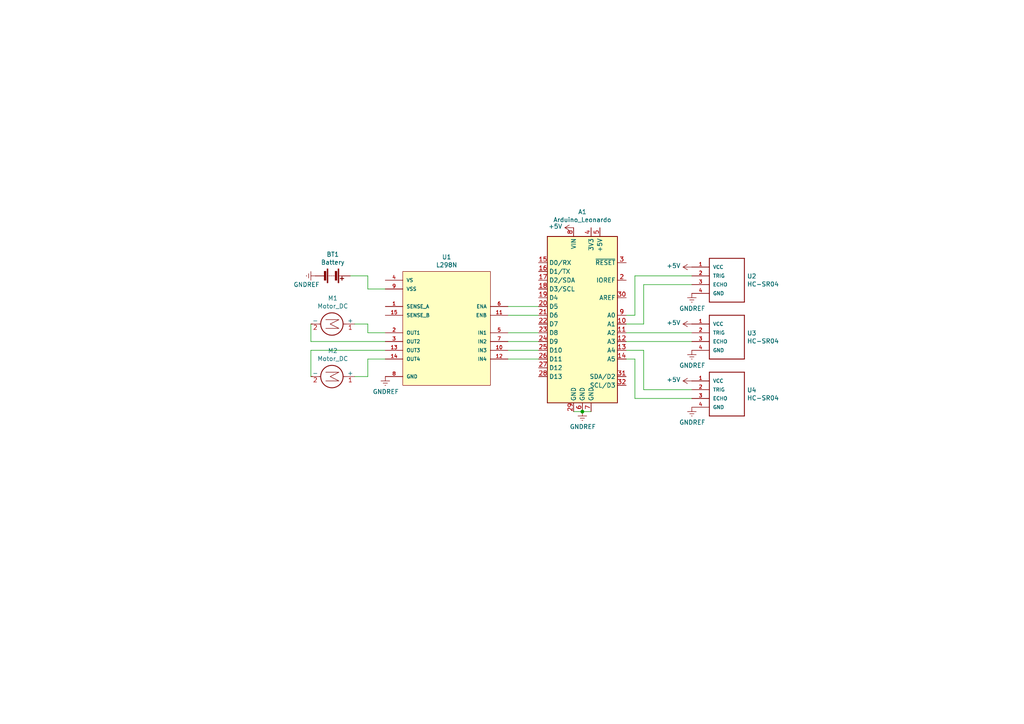
<source format=kicad_sch>
(kicad_sch (version 20211123) (generator eeschema)
  (paper "A4")
  (title_block (title "Aansluitschema Robothond") (date "2022-05-24") (rev "IJdo IJssennagger") (comment 1 "Christian Wanschers, IJdo IJssennagger, Kris Boogert") (comment 2 "Aansluitschema gerealiseerd door:") (comment 4 "Design door Christian Wanschers"))
  (lib_symbols
    (symbol "Device:Battery" (pin_numbers hide) (pin_names (offset 0) hide)
      (property "Reference" "BT" (at 2.54 2.54 0))
      (property "Value" "Battery" (at 2.54 0 0))
      (symbol "Battery_0_1"
        (rectangle (start -2.032 -1.397) (end 2.032 -1.651) (fill (type outline)))
        (rectangle (start -2.032 1.778) (end 2.032 1.524) (fill (type outline)))
        (rectangle (start -1.3208 -1.9812) (end 1.27 -2.4892) (fill (type outline)))
        (rectangle (start -1.3208 1.1938) (end 1.27 0.6858) (fill (type outline)))
        (polyline (pts (xy 0 -1.524) (xy 0 -1.27)))
        (polyline (pts (xy 0 -1.016) (xy 0 -0.762)))
        (polyline (pts (xy 0 -0.508) (xy 0 -0.254)))
        (polyline (pts (xy 0 0) (xy 0 0.254)))
        (polyline (pts (xy 0 0.508) (xy 0 0.762)))
        (polyline (pts (xy 0 1.778) (xy 0 2.54)))
        (polyline (pts (xy 0.254 2.667) (xy 1.27 2.667)) (stroke (width 0.254)))
        (polyline (pts (xy 0.762 3.175) (xy 0.762 2.159)) (stroke (width 0.254)))
      )
      (symbol "Battery_1_1"
        (pin passive line (at 0 5.08 270) (length 2.54) (name "+") (number "1"))
        (pin passive line (at 0 -5.08 90) (length 2.54) (name "-") (number "2"))
      )
    )
    (symbol "MCU_Module:Arduino_Leonardo"
      (property "Reference" "A" (at -10.16 23.495 0))
      (property "Value" "Arduino_Leonardo" (at 5.08 -26.67 0))
      (symbol "Arduino_Leonardo_0_1"
        (rectangle (start -10.16 22.86) (end 10.16 -25.4) (stroke (width 0.254)) (fill (type background)))
      )
      (symbol "Arduino_Leonardo_1_1"
        (pin no_connect line (at -10.16 -20.32 0) (length 2.54) hide (name "NC") (number "1"))
        (pin bidirectional line (at 12.7 -2.54 180) (length 2.54) (name "A1") (number "10"))
        (pin bidirectional line (at 12.7 -5.08 180) (length 2.54) (name "A2") (number "11"))
        (pin bidirectional line (at 12.7 -7.62 180) (length 2.54) (name "A3") (number "12"))
        (pin bidirectional line (at 12.7 -10.16 180) (length 2.54) (name "A4") (number "13"))
        (pin bidirectional line (at 12.7 -12.7 180) (length 2.54) (name "A5") (number "14"))
        (pin bidirectional line (at -12.7 15.24 0) (length 2.54) (name "D0/RX") (number "15"))
        (pin bidirectional line (at -12.7 12.7 0) (length 2.54) (name "D1/TX") (number "16"))
        (pin bidirectional line (at -12.7 10.16 0) (length 2.54) (name "D2/SDA") (number "17"))
        (pin bidirectional line (at -12.7 7.62 0) (length 2.54) (name "D3/SCL") (number "18"))
        (pin bidirectional line (at -12.7 5.08 0) (length 2.54) (name "D4") (number "19"))
        (pin output line (at 12.7 10.16 180) (length 2.54) (name "IOREF") (number "2"))
        (pin bidirectional line (at -12.7 2.54 0) (length 2.54) (name "D5") (number "20"))
        (pin bidirectional line (at -12.7 0 0) (length 2.54) (name "D6") (number "21"))
        (pin bidirectional line (at -12.7 -2.54 0) (length 2.54) (name "D7") (number "22"))
        (pin bidirectional line (at -12.7 -5.08 0) (length 2.54) (name "D8") (number "23"))
        (pin bidirectional line (at -12.7 -7.62 0) (length 2.54) (name "D9") (number "24"))
        (pin bidirectional line (at -12.7 -10.16 0) (length 2.54) (name "D10") (number "25"))
        (pin bidirectional line (at -12.7 -12.7 0) (length 2.54) (name "D11") (number "26"))
        (pin bidirectional line (at -12.7 -15.24 0) (length 2.54) (name "D12") (number "27"))
        (pin bidirectional line (at -12.7 -17.78 0) (length 2.54) (name "D13") (number "28"))
        (pin power_in line (at -2.54 -27.94 90) (length 2.54) (name "GND") (number "29"))
        (pin input line (at 12.7 15.24 180) (length 2.54) (name "~{RESET}") (number "3"))
        (pin input line (at 12.7 5.08 180) (length 2.54) (name "AREF") (number "30"))
        (pin bidirectional line (at 12.7 -17.78 180) (length 2.54) (name "SDA/D2") (number "31"))
        (pin bidirectional line (at 12.7 -20.32 180) (length 2.54) (name "SCL/D3") (number "32"))
        (pin power_out line (at 2.54 25.4 270) (length 2.54) (name "3V3") (number "4"))
        (pin power_out line (at 5.08 25.4 270) (length 2.54) (name "+5V") (number "5"))
        (pin power_in line (at 0 -27.94 90) (length 2.54) (name "GND") (number "6"))
        (pin power_in line (at 2.54 -27.94 90) (length 2.54) (name "GND") (number "7"))
        (pin power_in line (at -2.54 25.4 270) (length 2.54) (name "VIN") (number "8"))
        (pin bidirectional line (at 12.7 0 180) (length 2.54) (name "A0") (number "9"))
      )
    )
    (symbol "Motor:Motor_DC" (pin_names (offset 0))
      (property "Reference" "M" (at 2.54 2.54 0))
      (property "Value" "Motor_DC" (at 2.54 -5.08 0))
      (symbol "Motor_DC_0_0"
        (polyline (pts (xy -1.27 -3.302) (xy -1.27 0.508) (xy 0 -2.032) (xy 1.27 0.508) (xy 1.27 -3.302)))
      )
      (symbol "Motor_DC_0_1"
        (circle (center 0 -1.524) (radius 3.2512) (stroke (width 0.254)))
        (polyline (pts (xy 0 -7.62) (xy 0 -7.112)))
        (polyline (pts (xy 0 -4.7752) (xy 0 -5.1816)))
        (polyline (pts (xy 0 1.7272) (xy 0 2.0828)))
        (polyline (pts (xy 0 2.032) (xy 0 2.54)))
      )
      (symbol "Motor_DC_1_1"
        (pin passive line (at 0 5.08 270) (length 2.54) (name "+") (number "1"))
        (pin passive line (at 0 -7.62 90) (length 2.54) (name "-") (number "2"))
      )
    )
    (symbol "Robothond-rescue:HC-SR04-HC-SR04" (pin_names (offset 1.016))
      (property "Reference" "U" (at 0 5.08 0))
      (property "Value" "HC-SR04-HC-SR04" (at 0 -10.16 0))
      (symbol "HC-SR04-HC-SR04_0_0"
        (polyline (pts (xy 0 -7.62) (xy 10.16 -7.62)) (stroke (width 0.254)))
        (polyline (pts (xy 0 5.08) (xy 0 -7.62)) (stroke (width 0.254)))
        (polyline (pts (xy 10.16 -7.62) (xy 10.16 5.08)) (stroke (width 0.254)))
        (polyline (pts (xy 10.16 5.08) (xy 0 5.08)) (stroke (width 0.254)))
        (pin power_in line (at -5.08 2.54 0) (length 5.08) (name "VCC") (number "1"))
        (pin bidirectional line (at -5.08 0 0) (length 5.08) (name "TRIG") (number "2"))
        (pin bidirectional line (at -5.08 -2.54 0) (length 5.08) (name "ECHO") (number "3"))
        (pin power_in line (at -5.08 -5.08 0) (length 5.08) (name "GND") (number "4"))
      )
    )
    (symbol "Robothond-rescue:L298N-L298N" (pin_names (offset 1.016))
      (property "Reference" "U" (at -12.7 20.32 0))
      (property "Value" "L298N-L298N" (at -12.7 -20.32 0))
      (symbol "L298N-L298N_0_0"
        (rectangle (start -12.7 -15.24) (end 12.7 17.78) (stroke (width 0.1524)) (fill (type background)))
        (pin passive line (at 17.78 7.62 180) (length 5.08) (name "SENSE_A") (number "1"))
        (pin input line (at -17.78 -5.08 0) (length 5.08) (name "IN3") (number "10"))
        (pin input line (at -17.78 5.08 0) (length 5.08) (name "ENB") (number "11"))
        (pin input line (at -17.78 -7.62 0) (length 5.08) (name "IN4") (number "12"))
        (pin output line (at 17.78 -5.08 180) (length 5.08) (name "OUT3") (number "13"))
        (pin output line (at 17.78 -7.62 180) (length 5.08) (name "OUT4") (number "14"))
        (pin passive line (at 17.78 5.08 180) (length 5.08) (name "SENSE_B") (number "15"))
        (pin output line (at 17.78 0 180) (length 5.08) (name "OUT1") (number "2"))
        (pin output line (at 17.78 -2.54 180) (length 5.08) (name "OUT2") (number "3"))
        (pin power_in line (at 17.78 15.24 180) (length 5.08) (name "VS") (number "4"))
        (pin input line (at -17.78 0 0) (length 5.08) (name "IN1") (number "5"))
        (pin input line (at -17.78 7.62 0) (length 5.08) (name "ENA") (number "6"))
        (pin input line (at -17.78 -2.54 0) (length 5.08) (name "IN2") (number "7"))
        (pin power_in line (at 17.78 -12.7 180) (length 5.08) (name "GND") (number "8"))
        (pin input line (at 17.78 12.7 180) (length 5.08) (name "VSS") (number "9"))
      )
    )
    (symbol "power:+5V" (power) (pin_names (offset 0))
      (property "Value" "+5V" (at 0 3.556 0))
      (symbol "+5V_0_1"
        (polyline (pts (xy -0.762 1.27) (xy 0 2.54)))
        (polyline (pts (xy 0 0) (xy 0 2.54)))
        (polyline (pts (xy 0 2.54) (xy 0.762 1.27)))
      )
      (symbol "+5V_1_1"
        (pin power_in line (at 0 0 90) (length 0) hide (name "+5V") (number "1"))
      )
    )
    (symbol "power:GNDREF" (power) (pin_names (offset 0))
      (property "Value" "GNDREF" (at 0 -3.81 0))
      (symbol "GNDREF_0_1"
        (polyline (pts (xy -0.635 -1.905) (xy 0.635 -1.905)))
        (polyline (pts (xy -0.127 -2.54) (xy 0.127 -2.54)))
        (polyline (pts (xy 0 -1.27) (xy 0 0)))
        (polyline (pts (xy 1.27 -1.27) (xy -1.27 -1.27)))
      )
      (symbol "GNDREF_1_1"
        (pin power_in line (at 0 0 270) (length 0) hide (name "GNDREF") (number "1"))
      )
    )
  )
  (junction (at 168.91 119.38))
  (wire (pts (xy 111.76 83.82) (xy 106.68 83.82)))
  (wire (pts (xy 147.32 96.52) (xy 156.21 96.52)))
  (wire (pts (xy 147.32 91.44) (xy 156.21 91.44)))
  (wire (pts (xy 181.61 99.06) (xy 200.66 99.06)))
  (wire (pts (xy 166.37 119.38) (xy 168.91 119.38)))
  (wire (pts (xy 106.68 93.98) (xy 102.87 93.98)))
  (wire (pts (xy 186.69 82.55) (xy 200.66 82.55)))
  (wire (pts (xy 184.15 91.44) (xy 181.61 91.44)))
  (wire (pts (xy 156.21 99.06) (xy 147.32 99.06)))
  (wire (pts (xy 186.69 113.03) (xy 186.69 101.6)))
  (wire (pts (xy 106.68 83.82) (xy 106.68 80.01)))
  (wire (pts (xy 200.66 96.52) (xy 181.61 96.52)))
  (wire (pts (xy 106.68 80.01) (xy 101.6 80.01)))
  (wire (pts (xy 156.21 104.14) (xy 147.32 104.14)))
  (wire (pts (xy 106.68 109.22) (xy 102.87 109.22)))
  (wire (pts (xy 184.15 115.57) (xy 200.66 115.57)))
  (wire (pts (xy 111.76 101.6) (xy 90.17 101.6)))
  (wire (pts (xy 147.32 101.6) (xy 156.21 101.6)))
  (wire (pts (xy 171.45 119.38) (xy 168.91 119.38)))
  (wire (pts (xy 184.15 104.14) (xy 184.15 115.57)))
  (wire (pts (xy 186.69 101.6) (xy 181.61 101.6)))
  (wire (pts (xy 90.17 99.06) (xy 90.17 93.98)))
  (wire (pts (xy 90.17 101.6) (xy 90.17 109.22)))
  (wire (pts (xy 147.32 88.9) (xy 156.21 88.9)))
  (wire (pts (xy 106.68 104.14) (xy 106.68 109.22)))
  (wire (pts (xy 181.61 93.98) (xy 186.69 93.98)))
  (wire (pts (xy 111.76 104.14) (xy 106.68 104.14)))
  (wire (pts (xy 111.76 99.06) (xy 90.17 99.06)))
  (wire (pts (xy 200.66 80.01) (xy 184.15 80.01)))
  (wire (pts (xy 106.68 96.52) (xy 106.68 93.98)))
  (wire (pts (xy 181.61 104.14) (xy 184.15 104.14)))
  (wire (pts (xy 184.15 80.01) (xy 184.15 91.44)))
  (wire (pts (xy 200.66 113.03) (xy 186.69 113.03)))
  (wire (pts (xy 186.69 93.98) (xy 186.69 82.55)))
  (wire (pts (xy 111.76 96.52) (xy 106.68 96.52)))
  (symbol (lib_id "MCU_Module:Arduino_Leonardo") (at 168.91 91.44 0) (unit 1)
    (property "Reference" "A1" (at 168.91 61.4426 0))
    (property "Value" "Arduino_Leonardo" (at 168.91 63.754 0))
    (property "Footprint" "Module:Arduino_UNO_R3" (effects hide))
    (property "Datasheet" "https://www.arduino.cc/en/Main/ArduinoBoardLeonardo" (effects hide))
  )
  (symbol (lib_id "Robothond-rescue:L298N-L298N") (at 129.54 96.52 0) (mirror y) (unit 1)
    (property "Reference" "U1" (at 129.54 74.549 0))
    (property "Value" "L298N" (at 129.54 76.8604 0))
    (property "Footprint" "TO127P2020X500X2100-15" (effects hide))
    (property "MANUFACTURER" "STMicroelectronics" (effects hide))
    (property "STANDARD" "IPC-7351B" (effects hide))
    (property "MAXIMUM_PACKAGE_HEIGHT" "5.0mm" (effects hide))
  )
  (symbol (lib_id "Device:Battery") (at 96.52 80.01 270) (unit 1)
    (property "Reference" "BT1" (at 96.52 73.787 90))
    (property "Value" "Battery" (at 96.52 76.0984 90))
  )
  (symbol (lib_id "Motor:Motor_DC") (at 97.79 109.22 270) (unit 1)
    (property "Reference" "M2" (at 96.52 101.727 90))
    (property "Value" "Motor_DC" (at 96.52 104.0384 90))
  )
  (symbol (lib_id "Motor:Motor_DC") (at 97.79 93.98 270) (unit 1)
    (property "Reference" "M1" (at 96.52 86.487 90))
    (property "Value" "Motor_DC" (at 96.52 88.7984 90))
  )
  (symbol (lib_id "Robothond-rescue:HC-SR04-HC-SR04") (at 205.74 80.01 0) (unit 1)
    (property "Reference" "U2" (at 216.662 80.1116 0) (effects (justify left)))
    (property "Value" "HC-SR04" (at 216.662 82.423 0) (effects (justify left)))
    (property "Footprint" "XCVR_HC-SR04" (effects hide))
    (property "MANUFACTURER" "Osepp" (effects hide))
  )
  (symbol (lib_id "Robothond-rescue:HC-SR04-HC-SR04") (at 205.74 96.52 0) (unit 1)
    (property "Reference" "U3" (at 216.662 96.6216 0) (effects (justify left)))
    (property "Value" "HC-SR04" (at 216.662 98.933 0) (effects (justify left)))
    (property "Footprint" "XCVR_HC-SR04" (effects hide))
    (property "MANUFACTURER" "Osepp" (effects hide))
  )
  (symbol (lib_id "Robothond-rescue:HC-SR04-HC-SR04") (at 205.74 113.03 0) (unit 1)
    (property "Reference" "U4" (at 216.662 113.1316 0) (effects (justify left)))
    (property "Value" "HC-SR04" (at 216.662 115.443 0) (effects (justify left)))
    (property "Footprint" "XCVR_HC-SR04" (effects hide))
    (property "MANUFACTURER" "Osepp" (effects hide))
  )
  (symbol (lib_id "power:GNDREF") (at 200.66 118.11 0) (unit 1)
    (property "Reference" "#PWR0101" (effects hide))
    (property "Value" "GNDREF" (at 200.787 122.5042 0))
  )
  (symbol (lib_id "power:GNDREF") (at 200.66 101.6 0) (unit 1)
    (property "Reference" "#PWR0102" (effects hide))
    (property "Value" "GNDREF" (at 200.787 105.9942 0))
  )
  (symbol (lib_id "power:GNDREF") (at 200.66 85.09 0) (unit 1)
    (property "Reference" "#PWR0103" (effects hide))
    (property "Value" "GNDREF" (at 200.787 89.4842 0))
  )
  (symbol (lib_id "power:GNDREF") (at 111.76 109.22 0) (unit 1)
    (property "Reference" "#PWR0104" (effects hide))
    (property "Value" "GNDREF" (at 111.887 113.6142 0))
  )
  (symbol (lib_id "power:+5V") (at 166.37 66.04 90) (unit 1)
    (property "Reference" "#PWR0105" (effects hide))
    (property "Value" "+5V" (at 163.1188 65.659 90) (effects (justify left)))
  )
  (symbol (lib_id "power:+5V") (at 200.66 110.49 90) (unit 1)
    (property "Reference" "#PWR0106" (effects hide))
    (property "Value" "+5V" (at 197.4088 110.109 90) (effects (justify left)))
  )
  (symbol (lib_id "power:+5V") (at 200.66 93.98 90) (unit 1)
    (property "Reference" "#PWR0107" (effects hide))
    (property "Value" "+5V" (at 197.4088 93.599 90) (effects (justify left)))
  )
  (symbol (lib_id "power:+5V") (at 200.66 77.47 90) (unit 1)
    (property "Reference" "#PWR0108" (effects hide))
    (property "Value" "+5V" (at 197.4088 77.089 90) (effects (justify left)))
  )
  (symbol (lib_id "power:GNDREF") (at 91.44 80.01 270) (unit 1)
    (property "Reference" "#PWR0109" (effects hide))
    (property "Value" "GNDREF" (at 92.71 82.55 90) (effects (justify right)))
  )
  (symbol (lib_id "power:GNDREF") (at 168.91 119.38 0) (unit 1)
    (property "Reference" "#PWR0110" (effects hide))
    (property "Value" "GNDREF" (at 169.037 123.7742 0))
  )
)
</source>
